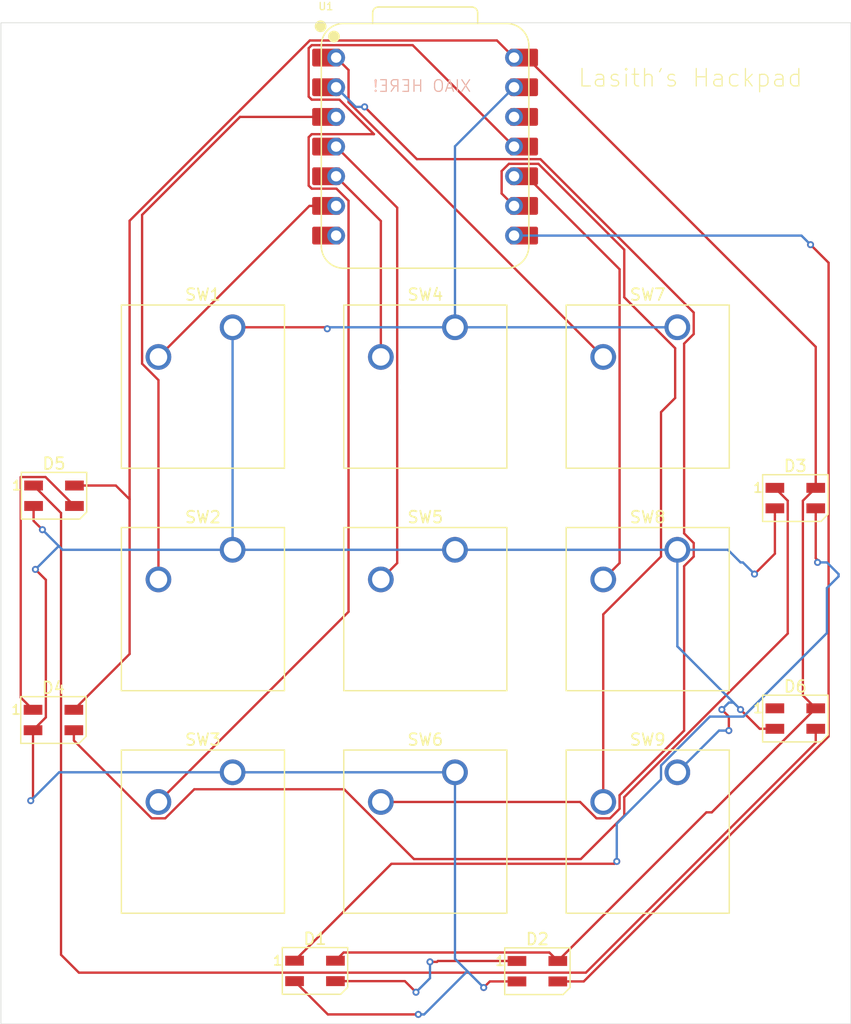
<source format=kicad_pcb>
(kicad_pcb (version 20241229) (generator "pcbnew") (generator_version "9.0")
  (layers (0 "F.Cu" signal) (2 "B.Cu" signal) (13 "F.Paste" user) (15 "B.Paste" user) (5 "F.SilkS" user "F.Silkscreen") (7 "B.SilkS" user "B.Silkscreen") (1 "F.Mask" user) (3 "B.Mask" user) (25 "Edge.Cuts" user))
  (net 0 "")
  (net 1 "+5V")
  (net 2 "Net-(D1-DIN)")
  (net 3 "Net-(D1-DOUT)")
  (net 4 "GND")
  (net 5 "Net-(D2-DIN)")
  (net 6 "Net-(D3-DOUT)")
  (net 7 "Net-(D4-DOUT)")
  (net 8 "Net-(D5-DOUT)")
  (net 10 "Net-(U1-GPIO7{slash}SCL)")
  (net 11 "Net-(U1-GPIO28{slash}ADC2{slash}A2)")
  (net 12 "Net-(U1-GPIO3{slash}MOSI)")
  (net 13 "Net-(U1-GPIO6{slash}SDA)")
  (net 14 "Net-(U1-GPIO29{slash}ADC3{slash}A3)")
  (net 15 "Net-(U1-GPIO27{slash}ADC1{slash}A1)")
  (net 16 "Net-(U1-GPIO26{slash}ADC0{slash}A0)")
  (net 17 "Net-(U1-GPIO4{slash}MISO)")
  (net 18 "Net-(U1-GPIO2{slash}SCK)")
  (footprint "Button_Switch_Keyboard:SW_Cherry_MX_1.00u_PCB" (layer "F.Cu") (at 98.49 74.52)
    (property "Reference" "SW2" (at -2.54 -2.794 0) (layer "F.SilkS"))
    (property "Value" "SW_Push")
    (fp_line (start -9.525 -1.905) (end 4.445 -1.905) (stroke (width 0.12)) (layer "F.SilkS"))
    (fp_line (start -9.525 12.065) (end -9.525 -1.905) (stroke (width 0.12)) (layer "F.SilkS"))
    (fp_line (start 4.445 -1.905) (end 4.445 12.065) (stroke (width 0.12)) (layer "F.SilkS"))
    (fp_line (start 4.445 12.065) (end -9.525 12.065) (stroke (width 0.12)) (layer "F.SilkS"))
    (pad "" np_thru_hole circle (at -7.62 5.08) (size 1.7 1.7) (drill 1.7) (layers "*.Cu" "*.Mask"))
    (pad "" np_thru_hole circle (at -2.54 5.08) (size 4 4) (drill 4) (layers "*.Cu" "*.Mask"))
    (pad "" np_thru_hole circle (at 2.54 5.08) (size 1.7 1.7) (drill 1.7) (layers "*.Cu" "*.Mask"))
    (pad "1" thru_hole circle (at 0 0) (size 2.2 2.2) (drill 1.5) (layers "*.Cu" "*.Mask") (net 4 "GND"))
    (pad "2" thru_hole circle (at -6.35 2.54) (size 2.2 2.2) (drill 1.5) (layers "*.Cu" "*.Mask") (net 11 "Net-(U1-GPIO28{slash}ADC2{slash}A2)"))
  )
  (footprint "Button_Switch_Keyboard:SW_Cherry_MX_1.00u_PCB" (layer "F.Cu") (at 117.54 55.47)
    (property "Reference" "SW4" (at -2.54 -2.794 0) (layer "F.SilkS"))
    (property "Value" "SW_Push")
    (fp_line (start -9.525 -1.905) (end 4.445 -1.905) (stroke (width 0.12)) (layer "F.SilkS"))
    (fp_line (start -9.525 12.065) (end -9.525 -1.905) (stroke (width 0.12)) (layer "F.SilkS"))
    (fp_line (start 4.445 -1.905) (end 4.445 12.065) (stroke (width 0.12)) (layer "F.SilkS"))
    (fp_line (start 4.445 12.065) (end -9.525 12.065) (stroke (width 0.12)) (layer "F.SilkS"))
    (pad "" np_thru_hole circle (at -7.62 5.08) (size 1.7 1.7) (drill 1.7) (layers "*.Cu" "*.Mask"))
    (pad "" np_thru_hole circle (at -2.54 5.08) (size 4 4) (drill 4) (layers "*.Cu" "*.Mask"))
    (pad "" np_thru_hole circle (at 2.54 5.08) (size 1.7 1.7) (drill 1.7) (layers "*.Cu" "*.Mask"))
    (pad "1" thru_hole circle (at 0 0) (size 2.2 2.2) (drill 1.5) (layers "*.Cu" "*.Mask") (net 4 "GND"))
    (pad "2" thru_hole circle (at -6.35 2.54) (size 2.2 2.2) (drill 1.5) (layers "*.Cu" "*.Mask") (net 13 "Net-(U1-GPIO6{slash}SDA)"))
  )
  (footprint "Button_Switch_Keyboard:SW_Cherry_MX_1.00u_PCB" (layer "F.Cu") (at 98.49 93.57)
    (property "Reference" "SW3" (at -2.54 -2.794 0) (layer "F.SilkS"))
    (property "Value" "SW_Push")
    (fp_line (start -9.525 -1.905) (end 4.445 -1.905) (stroke (width 0.12)) (layer "F.SilkS"))
    (fp_line (start -9.525 12.065) (end -9.525 -1.905) (stroke (width 0.12)) (layer "F.SilkS"))
    (fp_line (start 4.445 -1.905) (end 4.445 12.065) (stroke (width 0.12)) (layer "F.SilkS"))
    (fp_line (start 4.445 12.065) (end -9.525 12.065) (stroke (width 0.12)) (layer "F.SilkS"))
    (pad "" np_thru_hole circle (at -7.62 5.08) (size 1.7 1.7) (drill 1.7) (layers "*.Cu" "*.Mask"))
    (pad "" np_thru_hole circle (at -2.54 5.08) (size 4 4) (drill 4) (layers "*.Cu" "*.Mask"))
    (pad "" np_thru_hole circle (at 2.54 5.08) (size 1.7 1.7) (drill 1.7) (layers "*.Cu" "*.Mask"))
    (pad "1" thru_hole circle (at 0 0) (size 2.2 2.2) (drill 1.5) (layers "*.Cu" "*.Mask") (net 4 "GND"))
    (pad "2" thru_hole circle (at -6.35 2.54) (size 2.2 2.2) (drill 1.5) (layers "*.Cu" "*.Mask") (net 12 "Net-(U1-GPIO3{slash}MOSI)"))
  )
  (footprint "Button_Switch_Keyboard:SW_Cherry_MX_1.00u_PCB" (layer "F.Cu") (at 136.59 93.57)
    (property "Reference" "SW9" (at -2.54 -2.794 0) (layer "F.SilkS"))
    (property "Value" "SW_Push")
    (fp_line (start -9.525 -1.905) (end 4.445 -1.905) (stroke (width 0.12)) (layer "F.SilkS"))
    (fp_line (start -9.525 12.065) (end -9.525 -1.905) (stroke (width 0.12)) (layer "F.SilkS"))
    (fp_line (start 4.445 -1.905) (end 4.445 12.065) (stroke (width 0.12)) (layer "F.SilkS"))
    (fp_line (start 4.445 12.065) (end -9.525 12.065) (stroke (width 0.12)) (layer "F.SilkS"))
    (pad "" np_thru_hole circle (at -7.62 5.08) (size 1.7 1.7) (drill 1.7) (layers "*.Cu" "*.Mask"))
    (pad "" np_thru_hole circle (at -2.54 5.08) (size 4 4) (drill 4) (layers "*.Cu" "*.Mask"))
    (pad "" np_thru_hole circle (at 2.54 5.08) (size 1.7 1.7) (drill 1.7) (layers "*.Cu" "*.Mask"))
    (pad "1" thru_hole circle (at 0 0) (size 2.2 2.2) (drill 1.5) (layers "*.Cu" "*.Mask") (net 4 "GND"))
    (pad "2" thru_hole circle (at -6.35 2.54) (size 2.2 2.2) (drill 1.5) (layers "*.Cu" "*.Mask") (net 18 "Net-(U1-GPIO2{slash}SCK)"))
  )
  (footprint "LED_SMD:LED_SK6812MINI_PLCC4_3.5x3.5mm_P1.75mm" (layer "F.Cu") (at 124.6 110.6)
    (property "Reference" "D2" (at 0 -2.75 0) (layer "F.SilkS"))
    (property "Value" "SK6812MINI")
    (fp_line (start -2.8 -2) (end -2.8 2) (stroke (width 0.12)) (layer "F.SilkS"))
    (fp_line (start -2.8 -2) (end 2.8 -2) (stroke (width 0.12)) (layer "F.SilkS"))
    (fp_line (start -2.8 2) (end 2.2 2) (stroke (width 0.12)) (layer "F.SilkS"))
    (fp_line (start 2.8 1.4) (end 2.2 2) (stroke (width 0.12)) (layer "F.SilkS"))
    (fp_line (start 2.8 1.4) (end 2.8 -2) (stroke (width 0.12)) (layer "F.SilkS"))
    (fp_text user "1" (at -3.2 -0.875 0) (layer "F.SilkS") (effects (font (size 0.8 0.8))))
    (pad "1" smd rect (at -1.75 -0.875) (size 1.6 0.85) (layers "F.Cu" "F.Mask" "F.Paste") (net 2 "Net-(D1-DIN)"))
    (pad "2" smd rect (at -1.75 0.875) (size 1.6 0.85) (layers "F.Cu" "F.Mask" "F.Paste") (net 4 "GND"))
    (pad "3" smd rect (at 1.75 0.875) (size 1.6 0.85) (layers "F.Cu" "F.Mask" "F.Paste") (net 5 "Net-(D2-DIN)"))
    (pad "4" smd rect (at 1.75 -0.875) (size 1.6 0.85) (layers "F.Cu" "F.Mask" "F.Paste") (net 1 "+5V"))
  )
  (footprint "LED_SMD:LED_SK6812MINI_PLCC4_3.5x3.5mm_P1.75mm" (layer "F.Cu") (at 83.19375 69.89375)
    (property "Reference" "D5" (at 0 -2.75 0) (layer "F.SilkS"))
    (property "Value" "SK6812MINI")
    (fp_line (start -2.8 -2) (end -2.8 2) (stroke (width 0.12)) (layer "F.SilkS"))
    (fp_line (start -2.8 -2) (end 2.8 -2) (stroke (width 0.12)) (layer "F.SilkS"))
    (fp_line (start -2.8 2) (end 2.2 2) (stroke (width 0.12)) (layer "F.SilkS"))
    (fp_line (start 2.8 1.4) (end 2.2 2) (stroke (width 0.12)) (layer "F.SilkS"))
    (fp_line (start 2.8 1.4) (end 2.8 -2) (stroke (width 0.12)) (layer "F.SilkS"))
    (fp_text user "1" (at -3.2 -0.875 0) (layer "F.SilkS") (effects (font (size 0.8 0.8))))
    (pad "1" smd rect (at -1.75 -0.875) (size 1.6 0.85) (layers "F.Cu" "F.Mask" "F.Paste") (net 8 "Net-(D5-DOUT)"))
    (pad "2" smd rect (at -1.75 0.875) (size 1.6 0.85) (layers "F.Cu" "F.Mask" "F.Paste") (net 4 "GND"))
    (pad "3" smd rect (at 1.75 0.875) (size 1.6 0.85) (layers "F.Cu" "F.Mask" "F.Paste") (net 7 "Net-(D4-DOUT)"))
    (pad "4" smd rect (at 1.75 -0.875) (size 1.6 0.85) (layers "F.Cu" "F.Mask" "F.Paste") (net 1 "+5V"))
  )
  (footprint "opl:XIAO-RP2040-DIP" (layer "F.Cu") (at 114.98 40)
    (property "Reference" "U1" (at -8.5 -12 0) (layer "F.SilkS") (effects (font (size 0.635 0.635) (thickness 0.1016))))
    (property "Value" "XIAO-RP2040-DIP")
    (fp_line (start -8.89 8.509) (end -8.89 -8.636) (stroke (width 0.127)) (layer "F.SilkS"))
    (fp_line (start -6.985 10.414) (end 6.985 10.414) (stroke (width 0.127)) (layer "F.SilkS"))
    (fp_line (start -4.495 -10.541) (end -4.491272 -11.451272) (stroke (width 0.127)) (layer "F.SilkS"))
    (fp_line (start -3.991272 -11.951) (end 4.004 -11.951) (stroke (width 0.127)) (layer "F.SilkS"))
    (fp_line (start 4.504 -11.451) (end 4.504 -10.541) (stroke (width 0.127)) (layer "F.SilkS"))
    (fp_line (start 6.985 -10.541) (end -6.985 -10.541) (stroke (width 0.1)) (layer "F.SilkS"))
    (fp_line (start 6.985 -10.541) (end -6.985 -10.541) (stroke (width 0.127)) (layer "F.SilkS"))
    (fp_line (start 8.89 8.509) (end 8.89 -8.636) (stroke (width 0.127)) (layer "F.SilkS"))
    (fp_arc (start -8.89 -8.636) (mid -8.332038 -9.983038) (end -6.985 -10.541) (stroke (width 0.127)) (layer "F.SilkS"))
    (fp_arc (start -6.985 10.414) (mid -8.332038 9.856038) (end -8.89 8.509) (stroke (width 0.127)) (layer "F.SilkS"))
    (fp_arc (start -4.491272 -11.451272) (mid -4.344728 -11.80464) (end -3.991272 -11.951) (stroke (width 0.127)) (layer "F.SilkS"))
    (fp_arc (start 4.004 -11.951) (mid 4.357553 -11.804553) (end 4.504 -11.451) (stroke (width 0.127)) (layer "F.SilkS"))
    (fp_arc (start 6.985 -10.541) (mid 8.332038 -9.983038) (end 8.89 -8.636) (stroke (width 0.127)) (layer "F.SilkS"))
    (fp_arc (start 8.89 8.509) (mid 8.332038 9.856038) (end 6.985 10.414) (stroke (width 0.127)) (layer "F.SilkS"))
    (fp_circle (center -8.95 -10.3) (end -8.95 -10.554) (stroke (width 0.5)) (fill yes) (layer "F.SilkS"))
    (fp_circle (center -7.807 -9.42) (end -7.807 -9.674) (stroke (width 0.5)) (fill yes) (layer "F.SilkS"))
    (pad "1" smd roundrect (at -8.455 -7.62 180) (size 2.432 1.524) (layers "F.Cu" "F.Mask") (roundrect_rratio 0.1) (net 16 "Net-(U1-GPIO26{slash}ADC0{slash}A0)"))
    (pad "1" thru_hole circle (at -7.62 -7.62 180) (size 1.524 1.524) (drill 0.889) (layers "*.Cu" "*.Mask") (net 16 "Net-(U1-GPIO26{slash}ADC0{slash}A0)"))
    (pad "2" smd roundrect (at -8.455 -5.08 180) (size 2.432 1.524) (layers "F.Cu" "F.Mask") (roundrect_rratio 0.1) (net 15 "Net-(U1-GPIO27{slash}ADC1{slash}A1)"))
    (pad "2" thru_hole circle (at -7.62 -5.08 180) (size 1.524 1.524) (drill 0.889) (layers "*.Cu" "*.Mask") (net 15 "Net-(U1-GPIO27{slash}ADC1{slash}A1)"))
    (pad "3" smd roundrect (at -8.455 -2.54 180) (size 2.432 1.524) (layers "F.Cu" "F.Mask") (roundrect_rratio 0.1) (net 11 "Net-(U1-GPIO28{slash}ADC2{slash}A2)"))
    (pad "3" thru_hole circle (at -7.62 -2.54 180) (size 1.524 1.524) (drill 0.889) (layers "*.Cu" "*.Mask") (net 11 "Net-(U1-GPIO28{slash}ADC2{slash}A2)"))
    (pad "4" smd roundrect (at -8.455 0 180) (size 2.432 1.524) (layers "F.Cu" "F.Mask") (roundrect_rratio 0.1) (net 14 "Net-(U1-GPIO29{slash}ADC3{slash}A3)"))
    (pad "4" thru_hole circle (at -7.62 0 180) (size 1.524 1.524) (drill 0.889) (layers "*.Cu" "*.Mask") (net 14 "Net-(U1-GPIO29{slash}ADC3{slash}A3)"))
    (pad "5" smd roundrect (at -8.455 2.54 180) (size 2.432 1.524) (layers "F.Cu" "F.Mask") (roundrect_rratio 0.1) (net 13 "Net-(U1-GPIO6{slash}SDA)"))
    (pad "5" thru_hole circle (at -7.62 2.54 180) (size 1.524 1.524) (drill 0.889) (layers "*.Cu" "*.Mask") (net 13 "Net-(U1-GPIO6{slash}SDA)"))
    (pad "6" smd roundrect (at -8.455 5.08 180) (size 2.432 1.524) (layers "F.Cu" "F.Mask") (roundrect_rratio 0.1) (net 10 "Net-(U1-GPIO7{slash}SCL)"))
    (pad "6" thru_hole circle (at -7.62 5.08 180) (size 1.524 1.524) (drill 0.889) (layers "*.Cu" "*.Mask") (net 10 "Net-(U1-GPIO7{slash}SCL)"))
    (pad "7" smd roundrect (at -8.455 7.62 180) (size 2.432 1.524) (layers "F.Cu" "F.Mask") (roundrect_rratio 0.1))
    (pad "7" thru_hole circle (at -7.62 7.62 180) (size 1.524 1.524) (drill 0.889) (layers "*.Cu" "*.Mask"))
    (pad "8" thru_hole circle (at 7.62 7.62) (size 1.524 1.524) (drill 0.889) (layers "*.Cu" "*.Mask") (net 5 "Net-(D2-DIN)"))
    (pad "8" smd roundrect (at 8.455 7.62) (size 2.432 1.524) (layers "F.Cu" "F.Mask") (roundrect_rratio 0.1) (net 5 "Net-(D2-DIN)"))
    (pad "9" thru_hole circle (at 7.62 5.08) (size 1.524 1.524) (drill 0.889) (layers "*.Cu" "*.Mask") (net 18 "Net-(U1-GPIO2{slash}SCK)"))
    (pad "9" smd roundrect (at 8.455 5.08) (size 2.432 1.524) (layers "F.Cu" "F.Mask") (roundrect_rratio 0.1) (net 18 "Net-(U1-GPIO2{slash}SCK)"))
    (pad "10" thru_hole circle (at 7.62 2.54) (size 1.524 1.524) (drill 0.889) (layers "*.Cu" "*.Mask") (net 17 "Net-(U1-GPIO4{slash}MISO)"))
    (pad "10" smd roundrect (at 8.455 2.54) (size 2.432 1.524) (layers "F.Cu" "F.Mask") (roundrect_rratio 0.1) (net 17 "Net-(U1-GPIO4{slash}MISO)"))
    (pad "11" thru_hole circle (at 7.62 0) (size 1.524 1.524) (drill 0.889) (layers "*.Cu" "*.Mask") (net 12 "Net-(U1-GPIO3{slash}MOSI)"))
    (pad "11" smd roundrect (at 8.455 0) (size 2.432 1.524) (layers "F.Cu" "F.Mask") (roundrect_rratio 0.1) (net 12 "Net-(U1-GPIO3{slash}MOSI)"))
    (pad "12" thru_hole circle (at 7.62 -2.54) (size 1.524 1.524) (drill 0.889) (layers "*.Cu" "*.Mask"))
    (pad "12" smd roundrect (at 8.455 -2.54) (size 2.432 1.524) (layers "F.Cu" "F.Mask") (roundrect_rratio 0.1))
    (pad "13" thru_hole circle (at 7.62 -5.08) (size 1.524 1.524) (drill 0.889) (layers "*.Cu" "*.Mask") (net 4 "GND"))
    (pad "13" smd roundrect (at 8.455 -5.08) (size 2.432 1.524) (layers "F.Cu" "F.Mask") (roundrect_rratio 0.1) (net 4 "GND"))
    (pad "14" thru_hole circle (at 7.62 -7.62) (size 1.524 1.524) (drill 0.889) (layers "*.Cu" "*.Mask") (net 1 "+5V"))
    (pad "14" smd roundrect (at 8.455 -7.62) (size 2.432 1.524) (layers "F.Cu" "F.Mask") (roundrect_rratio 0.1) (net 1 "+5V"))
  )
  (footprint "Button_Switch_Keyboard:SW_Cherry_MX_1.00u_PCB" (layer "F.Cu") (at 117.54 93.57)
    (property "Reference" "SW6" (at -2.54 -2.794 0) (layer "F.SilkS"))
    (property "Value" "SW_Push")
    (fp_line (start -9.525 -1.905) (end 4.445 -1.905) (stroke (width 0.12)) (layer "F.SilkS"))
    (fp_line (start -9.525 12.065) (end -9.525 -1.905) (stroke (width 0.12)) (layer "F.SilkS"))
    (fp_line (start 4.445 -1.905) (end 4.445 12.065) (stroke (width 0.12)) (layer "F.SilkS"))
    (fp_line (start 4.445 12.065) (end -9.525 12.065) (stroke (width 0.12)) (layer "F.SilkS"))
    (pad "" np_thru_hole circle (at -7.62 5.08) (size 1.7 1.7) (drill 1.7) (layers "*.Cu" "*.Mask"))
    (pad "" np_thru_hole circle (at -2.54 5.08) (size 4 4) (drill 4) (layers "*.Cu" "*.Mask"))
    (pad "" np_thru_hole circle (at 2.54 5.08) (size 1.7 1.7) (drill 1.7) (layers "*.Cu" "*.Mask"))
    (pad "1" thru_hole circle (at 0 0) (size 2.2 2.2) (drill 1.5) (layers "*.Cu" "*.Mask") (net 4 "GND"))
    (pad "2" thru_hole circle (at -6.35 2.54) (size 2.2 2.2) (drill 1.5) (layers "*.Cu" "*.Mask") (net 15 "Net-(U1-GPIO27{slash}ADC1{slash}A1)"))
  )
  (footprint "LED_SMD:LED_SK6812MINI_PLCC4_3.5x3.5mm_P1.75mm" (layer "F.Cu") (at 83.14375 89.09375)
    (property "Reference" "D4" (at 0 -2.75 0) (layer "F.SilkS"))
    (property "Value" "SK6812MINI")
    (fp_line (start -2.8 -2) (end -2.8 2) (stroke (width 0.12)) (layer "F.SilkS"))
    (fp_line (start -2.8 -2) (end 2.8 -2) (stroke (width 0.12)) (layer "F.SilkS"))
    (fp_line (start -2.8 2) (end 2.2 2) (stroke (width 0.12)) (layer "F.SilkS"))
    (fp_line (start 2.8 1.4) (end 2.2 2) (stroke (width 0.12)) (layer "F.SilkS"))
    (fp_line (start 2.8 1.4) (end 2.8 -2) (stroke (width 0.12)) (layer "F.SilkS"))
    (fp_text user "1" (at -3.2 -0.875 0) (layer "F.SilkS") (effects (font (size 0.8 0.8))))
    (pad "1" smd rect (at -1.75 -0.875) (size 1.6 0.85) (layers "F.Cu" "F.Mask" "F.Paste") (net 7 "Net-(D4-DOUT)"))
    (pad "2" smd rect (at -1.75 0.875) (size 1.6 0.85) (layers "F.Cu" "F.Mask" "F.Paste") (net 4 "GND"))
    (pad "3" smd rect (at 1.75 0.875) (size 1.6 0.85) (layers "F.Cu" "F.Mask" "F.Paste") (net 6 "Net-(D3-DOUT)"))
    (pad "4" smd rect (at 1.75 -0.875) (size 1.6 0.85) (layers "F.Cu" "F.Mask" "F.Paste") (net 1 "+5V"))
  )
  (footprint "Button_Switch_Keyboard:SW_Cherry_MX_1.00u_PCB" (layer "F.Cu") (at 117.54 74.52)
    (property "Reference" "SW5" (at -2.54 -2.794 0) (layer "F.SilkS"))
    (property "Value" "SW_Push")
    (fp_line (start -9.525 -1.905) (end 4.445 -1.905) (stroke (width 0.12)) (layer "F.SilkS"))
    (fp_line (start -9.525 12.065) (end -9.525 -1.905) (stroke (width 0.12)) (layer "F.SilkS"))
    (fp_line (start 4.445 -1.905) (end 4.445 12.065) (stroke (width 0.12)) (layer "F.SilkS"))
    (fp_line (start 4.445 12.065) (end -9.525 12.065) (stroke (width 0.12)) (layer "F.SilkS"))
    (pad "" np_thru_hole circle (at -7.62 5.08) (size 1.7 1.7) (drill 1.7) (layers "*.Cu" "*.Mask"))
    (pad "" np_thru_hole circle (at -2.54 5.08) (size 4 4) (drill 4) (layers "*.Cu" "*.Mask"))
    (pad "" np_thru_hole circle (at 2.54 5.08) (size 1.7 1.7) (drill 1.7) (layers "*.Cu" "*.Mask"))
    (pad "1" thru_hole circle (at 0 0) (size 2.2 2.2) (drill 1.5) (layers "*.Cu" "*.Mask") (net 4 "GND"))
    (pad "2" thru_hole circle (at -6.35 2.54) (size 2.2 2.2) (drill 1.5) (layers "*.Cu" "*.Mask") (net 14 "Net-(U1-GPIO29{slash}ADC3{slash}A3)"))
  )
  (footprint "Button_Switch_Keyboard:SW_Cherry_MX_1.00u_PCB" (layer "F.Cu") (at 98.49 55.47)
    (property "Reference" "SW1" (at -2.54 -2.794 0) (layer "F.SilkS"))
    (property "Value" "SW_Push")
    (fp_line (start -9.525 -1.905) (end 4.445 -1.905) (stroke (width 0.12)) (layer "F.SilkS"))
    (fp_line (start -9.525 12.065) (end -9.525 -1.905) (stroke (width 0.12)) (layer "F.SilkS"))
    (fp_line (start 4.445 -1.905) (end 4.445 12.065) (stroke (width 0.12)) (layer "F.SilkS"))
    (fp_line (start 4.445 12.065) (end -9.525 12.065) (stroke (width 0.12)) (layer "F.SilkS"))
    (pad "" np_thru_hole circle (at -7.62 5.08) (size 1.7 1.7) (drill 1.7) (layers "*.Cu" "*.Mask"))
    (pad "" np_thru_hole circle (at -2.54 5.08) (size 4 4) (drill 4) (layers "*.Cu" "*.Mask"))
    (pad "" np_thru_hole circle (at 2.54 5.08) (size 1.7 1.7) (drill 1.7) (layers "*.Cu" "*.Mask"))
    (pad "1" thru_hole circle (at 0 0) (size 2.2 2.2) (drill 1.5) (layers "*.Cu" "*.Mask") (net 4 "GND"))
    (pad "2" thru_hole circle (at -6.35 2.54) (size 2.2 2.2) (drill 1.5) (layers "*.Cu" "*.Mask") (net 10 "Net-(U1-GPIO7{slash}SCL)"))
  )
  (footprint "LED_SMD:LED_SK6812MINI_PLCC4_3.5x3.5mm_P1.75mm" (layer "F.Cu") (at 146.69375 70.09375)
    (property "Reference" "D3" (at 0 -2.75 0) (layer "F.SilkS"))
    (property "Value" "SK6812MINI")
    (fp_line (start -2.8 -2) (end -2.8 2) (stroke (width 0.12)) (layer "F.SilkS"))
    (fp_line (start -2.8 -2) (end 2.8 -2) (stroke (width 0.12)) (layer "F.SilkS"))
    (fp_line (start -2.8 2) (end 2.2 2) (stroke (width 0.12)) (layer "F.SilkS"))
    (fp_line (start 2.8 1.4) (end 2.2 2) (stroke (width 0.12)) (layer "F.SilkS"))
    (fp_line (start 2.8 1.4) (end 2.8 -2) (stroke (width 0.12)) (layer "F.SilkS"))
    (fp_text user "1" (at -3.2 -0.875 0) (layer "F.SilkS") (effects (font (size 0.8 0.8))))
    (pad "1" smd rect (at -1.75 -0.875) (size 1.6 0.85) (layers "F.Cu" "F.Mask" "F.Paste") (net 6 "Net-(D3-DOUT)"))
    (pad "2" smd rect (at -1.75 0.875) (size 1.6 0.85) (layers "F.Cu" "F.Mask" "F.Paste") (net 4 "GND"))
    (pad "3" smd rect (at 1.75 0.875) (size 1.6 0.85) (layers "F.Cu" "F.Mask" "F.Paste") (net 3 "Net-(D1-DOUT)"))
    (pad "4" smd rect (at 1.75 -0.875) (size 1.6 0.85) (layers "F.Cu" "F.Mask" "F.Paste") (net 1 "+5V"))
  )
  (footprint "Button_Switch_Keyboard:SW_Cherry_MX_1.00u_PCB" (layer "F.Cu") (at 136.59 74.52)
    (property "Reference" "SW8" (at -2.54 -2.794 0) (layer "F.SilkS"))
    (property "Value" "SW_Push")
    (fp_line (start -9.525 -1.905) (end 4.445 -1.905) (stroke (width 0.12)) (layer "F.SilkS"))
    (fp_line (start -9.525 12.065) (end -9.525 -1.905) (stroke (width 0.12)) (layer "F.SilkS"))
    (fp_line (start 4.445 -1.905) (end 4.445 12.065) (stroke (width 0.12)) (layer "F.SilkS"))
    (fp_line (start 4.445 12.065) (end -9.525 12.065) (stroke (width 0.12)) (layer "F.SilkS"))
    (pad "" np_thru_hole circle (at -7.62 5.08) (size 1.7 1.7) (drill 1.7) (layers "*.Cu" "*.Mask"))
    (pad "" np_thru_hole circle (at -2.54 5.08) (size 4 4) (drill 4) (layers "*.Cu" "*.Mask"))
    (pad "" np_thru_hole circle (at 2.54 5.08) (size 1.7 1.7) (drill 1.7) (layers "*.Cu" "*.Mask"))
    (pad "1" thru_hole circle (at 0 0) (size 2.2 2.2) (drill 1.5) (layers "*.Cu" "*.Mask") (net 4 "GND"))
    (pad "2" thru_hole circle (at -6.35 2.54) (size 2.2 2.2) (drill 1.5) (layers "*.Cu" "*.Mask") (net 17 "Net-(U1-GPIO4{slash}MISO)"))
  )
  (footprint "Button_Switch_Keyboard:SW_Cherry_MX_1.00u_PCB" (layer "F.Cu") (at 136.59 55.47)
    (property "Reference" "SW7" (at -2.54 -2.794 0) (layer "F.SilkS"))
    (property "Value" "SW_Push")
    (fp_line (start -9.525 -1.905) (end 4.445 -1.905) (stroke (width 0.12)) (layer "F.SilkS"))
    (fp_line (start -9.525 12.065) (end -9.525 -1.905) (stroke (width 0.12)) (layer "F.SilkS"))
    (fp_line (start 4.445 -1.905) (end 4.445 12.065) (stroke (width 0.12)) (layer "F.SilkS"))
    (fp_line (start 4.445 12.065) (end -9.525 12.065) (stroke (width 0.12)) (layer "F.SilkS"))
    (pad "" np_thru_hole circle (at -7.62 5.08) (size 1.7 1.7) (drill 1.7) (layers "*.Cu" "*.Mask"))
    (pad "" np_thru_hole circle (at -2.54 5.08) (size 4 4) (drill 4) (layers "*.Cu" "*.Mask"))
    (pad "" np_thru_hole circle (at 2.54 5.08) (size 1.7 1.7) (drill 1.7) (layers "*.Cu" "*.Mask"))
    (pad "1" thru_hole circle (at 0 0) (size 2.2 2.2) (drill 1.5) (layers "*.Cu" "*.Mask") (net 4 "GND"))
    (pad "2" thru_hole circle (at -6.35 2.54) (size 2.2 2.2) (drill 1.5) (layers "*.Cu" "*.Mask") (net 16 "Net-(U1-GPIO26{slash}ADC0{slash}A0)"))
  )
  (footprint "LED_SMD:LED_SK6812MINI_PLCC4_3.5x3.5mm_P1.75mm" (layer "F.Cu") (at 146.69375 88.96875)
    (property "Reference" "D6" (at 0 -2.75 0) (layer "F.SilkS"))
    (property "Value" "SK6812MINI")
    (fp_line (start -2.8 -2) (end -2.8 2) (stroke (width 0.12)) (layer "F.SilkS"))
    (fp_line (start -2.8 -2) (end 2.8 -2) (stroke (width 0.12)) (layer "F.SilkS"))
    (fp_line (start -2.8 2) (end 2.2 2) (stroke (width 0.12)) (layer "F.SilkS"))
    (fp_line (start 2.8 1.4) (end 2.2 2) (stroke (width 0.12)) (layer "F.SilkS"))
    (fp_line (start 2.8 1.4) (end 2.8 -2) (stroke (width 0.12)) (layer "F.SilkS"))
    (fp_text user "1" (at -3.2 -0.875 0) (layer "F.SilkS") (effects (font (size 0.8 0.8))))
    (pad "1" smd rect (at -1.75 -0.875) (size 1.6 0.85) (layers "F.Cu" "F.Mask" "F.Paste"))
    (pad "2" smd rect (at -1.75 0.875) (size 1.6 0.85) (layers "F.Cu" "F.Mask" "F.Paste") (net 4 "GND"))
    (pad "3" smd rect (at 1.75 0.875) (size 1.6 0.85) (layers "F.Cu" "F.Mask" "F.Paste") (net 8 "Net-(D5-DOUT)"))
    (pad "4" smd rect (at 1.75 -0.875) (size 1.6 0.85) (layers "F.Cu" "F.Mask" "F.Paste") (net 1 "+5V"))
  )
  (footprint "LED_SMD:LED_SK6812MINI_PLCC4_3.5x3.5mm_P1.75mm" (layer "F.Cu") (at 105.55 110.575)
    (property "Reference" "D1" (at 0 -2.75 0) (layer "F.SilkS"))
    (property "Value" "SK6812MINI")
    (fp_line (start -2.8 -2) (end -2.8 2) (stroke (width 0.12)) (layer "F.SilkS"))
    (fp_line (start -2.8 -2) (end 2.8 -2) (stroke (width 0.12)) (layer "F.SilkS"))
    (fp_line (start -2.8 2) (end 2.2 2) (stroke (width 0.12)) (layer "F.SilkS"))
    (fp_line (start 2.8 1.4) (end 2.2 2) (stroke (width 0.12)) (layer "F.SilkS"))
    (fp_line (start 2.8 1.4) (end 2.8 -2) (stroke (width 0.12)) (layer "F.SilkS"))
    (fp_text user "1" (at -3.2 -0.875 0) (layer "F.SilkS") (effects (font (size 0.8 0.8))))
    (pad "1" smd rect (at -1.75 -0.875) (size 1.6 0.85) (layers "F.Cu" "F.Mask" "F.Paste") (net 3 "Net-(D1-DOUT)"))
    (pad "2" smd rect (at -1.75 0.875) (size 1.6 0.85) (layers "F.Cu" "F.Mask" "F.Paste") (net 4 "GND"))
    (pad "3" smd rect (at 1.75 0.875) (size 1.6 0.85) (layers "F.Cu" "F.Mask" "F.Paste") (net 2 "Net-(D1-DIN)"))
    (pad "4" smd rect (at 1.75 -0.875) (size 1.6 0.85) (layers "F.Cu" "F.Mask" "F.Paste") (net 1 "+5V"))
  )
  (gr_rect (start 78.65 29.4) (end 151.45 115.1) (stroke (width 0.05)) (fill no) (layer "Edge.Cuts"))
  (gr_text "Lasith's Hackpad" (at 128 35 0) (layer "F.SilkS") (effects (font (size 1.5 1.5) (thickness 0.1)) (justify left bottom)))
  (gr_text "XIAO HERE!" (at 119 35.4 0) (layer "B.SilkS") (effects (font (size 1 1) (thickness 0.1)) (justify left bottom mirror)))
  (segment (start 88.48775 69.01875) (end 89.669 70.2) (width 0.2) (layer "F.Cu") (net 1))
  (segment (start 148.44375 88.09375) (end 147.34275 86.99275) (width 0.2) (layer "F.Cu") (net 1))
  (segment (start 89.669 70.2) (end 89.669 46.350274) (width 0.2) (layer "F.Cu") (net 1))
  (segment (start 84.89375 88.21875) (end 89.669 83.4435) (width 0.2) (layer "F.Cu") (net 1))
  (segment (start 121.136 30.916) (end 122.6 32.38) (width 0.2) (layer "F.Cu") (net 1))
  (segment (start 148.44375 69.21875) (end 148.44375 57.14612) (width 0.2) (layer "F.Cu") (net 1))
  (segment (start 108.001 108.999) (end 125.624 108.999) (width 0.2) (layer "F.Cu") (net 1))
  (segment (start 148.44375 57.14612) (end 123.67763 32.38) (width 0.2) (layer "F.Cu") (net 1))
  (segment (start 126.35 109.725) (end 139.075 97) (width 0.2) (layer "F.Cu") (net 1))
  (segment (start 105.103274 30.916) (end 121.136 30.916) (width 0.2) (layer "F.Cu") (net 1))
  (segment (start 89.669 46.350274) (end 105.103274 30.916) (width 0.2) (layer "F.Cu") (net 1))
  (segment (start 84.94375 69.01875) (end 88.48775 69.01875) (width 0.2) (layer "F.Cu") (net 1))
  (segment (start 89.669 83.4435) (end 89.669 70.2) (width 0.2) (layer "F.Cu") (net 1))
  (segment (start 107.3 109.7) (end 108.001 108.999) (width 0.2) (layer "F.Cu") (net 1))
  (segment (start 147.34275 86.99275) (end 147.34275 70.31975) (width 0.2) (layer "F.Cu") (net 1))
  (segment (start 139.075 97) (end 139.5375 97) (width 0.2) (layer "F.Cu") (net 1))
  (segment (start 147.34275 70.31975) (end 148.44375 69.21875) (width 0.2) (layer "F.Cu") (net 1))
  (segment (start 123.67763 32.38) (end 122.6 32.38) (width 0.2) (layer "F.Cu") (net 1))
  (segment (start 139.5375 97) (end 148.44375 88.09375) (width 0.2) (layer "F.Cu") (net 1))
  (segment (start 125.624 108.999) (end 126.35 109.725) (width 0.2) (layer "F.Cu") (net 1))
  (segment (start 116 109.8) (end 116.075 109.725) (width 0.2) (layer "F.Cu") (net 2))
  (segment (start 113.25 111.45) (end 114.2 112.4) (width 0.2) (layer "F.Cu") (net 2))
  (segment (start 107.3 111.45) (end 113.25 111.45) (width 0.2) (layer "F.Cu") (net 2))
  (segment (start 116.075 109.725) (end 122.85 109.725) (width 0.2) (layer "F.Cu") (net 2))
  (segment (start 115.4 109.8) (end 116 109.8) (width 0.2) (layer "F.Cu") (net 2))
  (via (at 115.4 109.8) (size 0.6) (drill 0.3) (layers "F.Cu" "B.Cu") (net 2))
  (via (at 114.2 112.4) (size 0.6) (drill 0.3) (layers "F.Cu" "B.Cu") (net 2))
  (segment (start 114.2 112.4) (end 115.4 111.2) (width 0.2) (layer "B.Cu") (net 2))
  (segment (start 115.4 111.2) (end 115.4 109.8) (width 0.2) (layer "B.Cu") (net 2))
  (segment (start 148.44375 75.24375) (end 148.44375 70.96875) (width 0.2) (layer "F.Cu") (net 3))
  (segment (start 148.6 75.4) (end 148.44375 75.24375) (width 0.2) (layer "F.Cu") (net 3))
  (segment (start 148.6 75.6) (end 148.6 75.4) (width 0.2) (layer "F.Cu") (net 3))
  (segment (start 103.8 109.7) (end 112.098 101.402) (width 0.2) (layer "F.Cu") (net 3))
  (segment (start 112.098 101.402) (end 131.198 101.402) (width 0.2) (layer "F.Cu") (net 3))
  (segment (start 131.198 101.402) (end 131.4 101.2) (width 0.2) (layer "F.Cu") (net 3))
  (via (at 148.6 75.6) (size 0.6) (drill 0.3) (layers "F.Cu" "B.Cu") (net 3))
  (via (at 131.4 101.2) (size 0.6) (drill 0.3) (layers "F.Cu" "B.Cu") (net 3))
  (segment (start 135.189 94.186184) (end 135.189 92.989686) (width 0.2) (layer "B.Cu") (net 3))
  (segment (start 139.377686 88.801) (end 142.248943 88.801) (width 0.2) (layer "B.Cu") (net 3))
  (segment (start 149.4 81.649943) (end 149.4 77.8) (width 0.2) (layer "B.Cu") (net 3))
  (segment (start 142.248943 88.801) (end 149.4 81.649943) (width 0.2) (layer "B.Cu") (net 3))
  (segment (start 135.189 92.989686) (end 139.377686 88.801) (width 0.2) (layer "B.Cu") (net 3))
  (segment (start 131.4 97.975184) (end 135.189 94.186184) (width 0.2) (layer "B.Cu") (net 3))
  (segment (start 150.4 76.6) (end 149.4 75.6) (width 0.2) (layer "B.Cu") (net 3))
  (segment (start 149.4 75.6) (end 148.6 75.6) (width 0.2) (layer "B.Cu") (net 3))
  (segment (start 150.4 76.8) (end 150.4 76.6) (width 0.2) (layer "B.Cu") (net 3))
  (segment (start 149.4 77.8) (end 150.4 76.8) (width 0.2) (layer "B.Cu") (net 3))
  (segment (start 131.4 101.2) (end 131.4 97.975184) (width 0.2) (layer "B.Cu") (net 3))
  (segment (start 144.94375 89.84375) (end 143.64375 89.84375) (width 0.2) (layer "F.Cu") (net 4))
  (segment (start 141 90) (end 141 88.8) (width 0.2) (layer "F.Cu") (net 4))
  (segment (start 143.2 76.6) (end 144.94375 74.85625) (width 0.2) (layer "F.Cu") (net 4))
  (segment (start 98.49 55.47) (end 106.47 55.47) (width 0.2) (layer "F.Cu") (net 4))
  (segment (start 106.65 114.3) (end 114.4 114.3) (width 0.2) (layer "F.Cu") (net 4))
  (segment (start 81.39375 95.80625) (end 81.39375 89.96875) (width 0.2) (layer "F.Cu") (net 4))
  (segment (start 103.8 111.45) (end 106.65 114.3) (width 0.2) (layer "F.Cu") (net 4))
  (segment (start 106.47 55.47) (end 106.6 55.6) (width 0.2) (layer "F.Cu") (net 4))
  (segment (start 141 88.8) (end 140.4 88.2) (width 0.2) (layer "F.Cu") (net 4))
  (segment (start 82.49475 77.09475) (end 82 76.6) (width 0.2) (layer "F.Cu") (net 4))
  (segment (start 81.44375 72.04375) (end 82.2 72.8) (width 0.2) (layer "F.Cu") (net 4))
  (segment (start 144.94375 74.85625) (end 144.94375 70.96875) (width 0.2) (layer "F.Cu") (net 4))
  (segment (start 81.39375 89.96875) (end 82.49475 88.86775) (width 0.2) (layer "F.Cu") (net 4))
  (segment (start 81.2 96) (end 81.39375 95.80625) (width 0.2) (layer "F.Cu") (net 4))
  (segment (start 122.85 111.475) (end 120.525 111.475) (width 0.2) (layer "F.Cu") (net 4))
  (segment (start 82 76.6) (end 81.6 76.2) (width 0.2) (layer "F.Cu") (net 4))
  (segment (start 143.64375 89.84375) (end 142 88.2) (width 0.2) (layer "F.Cu") (net 4))
  (segment (start 120.525 111.475) (end 120 112) (width 0.2) (layer "F.Cu") (net 4))
  (segment (start 82.49475 88.86775) (end 82.49475 77.09475) (width 0.2) (layer "F.Cu") (net 4))
  (segment (start 81.44375 70.76875) (end 81.44375 72.04375) (width 0.2) (layer "F.Cu") (net 4))
  (via (at 143.2 76.6) (size 0.6) (drill 0.3) (layers "F.Cu" "B.Cu") (net 4))
  (via (at 120 112) (size 0.6) (drill 0.3) (layers "F.Cu" "B.Cu") (net 4))
  (via (at 106.6 55.6) (size 0.6) (drill 0.3) (layers "F.Cu" "B.Cu") (net 4))
  (via (at 82.2 72.8) (size 0.6) (drill 0.3) (layers "F.Cu" "B.Cu") (net 4))
  (via (at 114.4 114.3) (size 0.6) (drill 0.3) (layers "F.Cu" "B.Cu") (net 4))
  (via (at 81.2 96) (size 0.6) (drill 0.3) (layers "F.Cu" "B.Cu") (net 4))
  (via (at 81.6 76.2) (size 0.6) (drill 0.3) (layers "F.Cu" "B.Cu") (net 4))
  (via (at 140.4 88.2) (size 0.6) (drill 0.3) (layers "F.Cu" "B.Cu") (net 4))
  (via (at 141 90) (size 0.6) (drill 0.3) (layers "F.Cu" "B.Cu") (net 4))
  (via (at 142 88.2) (size 0.6) (drill 0.3) (layers "F.Cu" "B.Cu") (net 4))
  (segment (start 114.4 114.3) (end 114.9 114.3) (width 0.2) (layer "B.Cu") (net 4))
  (segment (start 81.6 76.2) (end 83.6 74.2) (width 0.2) (layer "B.Cu") (net 4))
  (segment (start 140.92 74.52) (end 142 75.6) (width 0.2) (layer "B.Cu") (net 4))
  (segment (start 98.49 93.57) (end 117.54 93.57) (width 0.2) (layer "B.Cu") (net 4))
  (segment (start 114.9 114.3) (end 118.6 110.6) (width 0.2) (layer "B.Cu") (net 4))
  (segment (start 117.54 39.98) (end 122.6 34.92) (width 0.2) (layer "B.Cu") (net 4))
  (segment (start 136.59 93.57) (end 140.16 90) (width 0.2) (layer "B.Cu") (net 4))
  (segment (start 118.6 110.6) (end 117.54 109.54) (width 0.2) (layer "B.Cu") (net 4))
  (segment (start 140.4 88.2) (end 141 87.6) (width 0.2) (layer "B.Cu") (net 4))
  (segment (start 117.54 109.54) (end 117.54 93.57) (width 0.2) (layer "B.Cu") (net 4))
  (segment (start 141 87.6) (end 141.4 87.6) (width 0.2) (layer "B.Cu") (net 4))
  (segment (start 136.59 74.52) (end 117.54 74.52) (width 0.2) (layer "B.Cu") (net 4))
  (segment (start 106.73 55.47) (end 117.54 55.47) (width 0.2) (layer "B.Cu") (net 4))
  (segment (start 142 88.2) (end 141.4 87.6) (width 0.2) (layer "B.Cu") (net 4))
  (segment (start 142 75.6) (end 142.2 75.6) (width 0.2) (layer "B.Cu") (net 4))
  (segment (start 83.92 74.52) (end 98.49 74.52) (width 0.2) (layer "B.Cu") (net 4))
  (segment (start 98.49 74.52) (end 117.54 74.52) (width 0.2) (layer "B.Cu") (net 4))
  (segment (start 136.59 74.52) (end 140.92 74.52) (width 0.2) (layer "B.Cu") (net 4))
  (segment (start 140.16 90) (end 141 90) (width 0.2) (layer "B.Cu") (net 4))
  (segment (start 98.49 74.52) (end 98.49 55.47) (width 0.2) (layer "B.Cu") (net 4))
  (segment (start 83.63 93.57) (end 81.2 96) (width 0.2) (layer "B.Cu") (net 4))
  (segment (start 106.6 55.6) (end 106.73 55.47) (width 0.2) (layer "B.Cu") (net 4))
  (segment (start 136.59 82.79) (end 136.59 74.52) (width 0.2) (layer "B.Cu") (net 4))
  (segment (start 141.4 87.6) (end 136.59 82.79) (width 0.2) (layer "B.Cu") (net 4))
  (segment (start 117.54 55.47) (end 117.54 39.98) (width 0.2) (layer "B.Cu") (net 4))
  (segment (start 83.6 74.2) (end 83.92 74.52) (width 0.2) (layer "B.Cu") (net 4))
  (segment (start 142.2 75.6) (end 143.2 76.6) (width 0.2) (layer "B.Cu") (net 4))
  (segment (start 136.59 55.47) (end 117.54 55.47) (width 0.2) (layer "B.Cu") (net 4))
  (segment (start 82.2 72.8) (end 83.6 74.2) (width 0.2) (layer "B.Cu") (net 4))
  (segment (start 120 112) (end 118.6 110.6) (width 0.2) (layer "B.Cu") (net 4))
  (segment (start 98.49 93.57) (end 83.63 93.57) (width 0.2) (layer "B.Cu") (net 4))
  (segment (start 128.57057 111.475) (end 149.54475 90.50082) (width 0.2) (layer "F.Cu") (net 5))
  (segment (start 126.35 111.475) (end 128.57057 111.475) (width 0.2) (layer "F.Cu") (net 5))
  (segment (start 149.54475 90.50082) (end 149.54475 49.94475) (width 0.2) (layer "F.Cu") (net 5))
  (segment (start 149.54475 49.94475) (end 148 48.4) (width 0.2) (layer "F.Cu") (net 5))
  (via (at 148 48.4) (size 0.6) (drill 0.3) (layers "F.Cu" "B.Cu") (net 5))
  (segment (start 147.22 47.62) (end 122.6 47.62) (width 0.2) (layer "B.Cu") (net 5))
  (segment (start 148 48.4) (end 147.22 47.62) (width 0.2) (layer "B.Cu") (net 5))
  (segment (start 108.049 95.023816) (end 114.026184 101.001) (width 0.2) (layer "F.Cu") (net 6))
  (segment (start 84.89375 89.96875) (end 84.89375 90.845064) (width 0.2) (layer "F.Cu") (net 6))
  (segment (start 132.042 97.27647) (end 132.042 95.695786) (width 0.2) (layer "F.Cu") (net 6))
  (segment (start 132.042 95.695786) (end 146.04475 81.693036) (width 0.2) (layer "F.Cu") (net 6))
  (segment (start 114.026184 101.001) (end 128.31747 101.001) (width 0.2) (layer "F.Cu") (net 6))
  (segment (start 146.04475 70.31975) (end 144.94375 69.21875) (width 0.2) (layer "F.Cu") (net 6))
  (segment (start 92.720314 97.511) (end 95.207498 95.023816) (width 0.2) (layer "F.Cu") (net 6))
  (segment (start 95.207498 95.023816) (end 108.049 95.023816) (width 0.2) (layer "F.Cu") (net 6))
  (segment (start 146.04475 81.693036) (end 146.04475 70.31975) (width 0.2) (layer "F.Cu") (net 6))
  (segment (start 128.31747 101.001) (end 132.042 97.27647) (width 0.2) (layer "F.Cu") (net 6))
  (segment (start 91.559686 97.511) (end 92.720314 97.511) (width 0.2) (layer "F.Cu") (net 6))
  (segment (start 84.89375 90.845064) (end 91.559686 97.511) (width 0.2) (layer "F.Cu") (net 6))
  (segment (start 80.34275 87.16775) (end 80.34275 68.29275) (width 0.2) (layer "F.Cu") (net 7))
  (segment (start 80.34275 68.29275) (end 82.46775 68.29275) (width 0.2) (layer "F.Cu") (net 7))
  (segment (start 81.39375 88.21875) (end 80.34275 87.16775) (width 0.2) (layer "F.Cu") (net 7))
  (segment (start 82.46775 68.29275) (end 84.94375 70.76875) (width 0.2) (layer "F.Cu") (net 7))
  (segment (start 83.79275 109.19275) (end 85.324 110.724) (width 0.2) (layer "F.Cu") (net 8))
  (segment (start 85.324 110.724) (end 128.75447 110.724) (width 0.2) (layer "F.Cu") (net 8))
  (segment (start 81.44375 69.01875) (end 83.79275 71.36775) (width 0.2) (layer "F.Cu") (net 8))
  (segment (start 128.75447 110.724) (end 148.44375 91.03472) (width 0.2) (layer "F.Cu") (net 8))
  (segment (start 83.79275 71.36775) (end 83.79275 109.19275) (width 0.2) (layer "F.Cu") (net 8))
  (segment (start 148.44375 91.03472) (end 148.44375 89.84375) (width 0.2) (layer "F.Cu") (net 8))
  (segment (start 92.14 58.01) (end 105.07 45.08) (width 0.2) (layer "F.Cu") (net 10))
  (segment (start 105.07 45.08) (end 107.36 45.08) (width 0.2) (layer "F.Cu") (net 10))
  (segment (start 92.14 59.991314) (end 90.739 58.590314) (width 0.2) (layer "F.Cu") (net 11))
  (segment (start 92.14 77.06) (end 92.14 59.991314) (width 0.2) (layer "F.Cu") (net 11))
  (segment (start 90.739 58.590314) (end 90.739 45.847374) (width 0.2) (layer "F.Cu") (net 11))
  (segment (start 90.739 45.847374) (end 99.126374 37.46) (width 0.2) (layer "F.Cu") (net 11))
  (segment (start 99.126374 37.46) (end 107.36 37.46) (width 0.2) (layer "F.Cu") (net 11))
  (segment (start 108.423 44.63969) (end 107.38631 43.603) (width 0.2) (layer "F.Cu") (net 12))
  (segment (start 105.008 31.578374) (end 105.269374 31.317) (width 0.2) (layer "F.Cu") (net 12))
  (segment (start 105.008 39.198374) (end 105.269374 38.937) (width 0.2) (layer "F.Cu") (net 12))
  (segment (start 105.269374 43.603) (end 105.008 43.341626) (width 0.2) (layer "F.Cu") (net 12))
  (segment (start 113.917 31.317) (end 122.6 40) (width 0.2) (layer "F.Cu") (net 12))
  (segment (start 105.269374 31.317) (end 113.917 31.317) (width 0.2) (layer "F.Cu") (net 12))
  (segment (start 105.008 35.721626) (end 105.008 31.578374) (width 0.2) (layer "F.Cu") (net 12))
  (segment (start 108.423 79.827) (end 108.423 44.63969) (width 0.2) (layer "F.Cu") (net 12))
  (segment (start 105.269374 38.937) (end 110.5999 38.937) (width 0.2) (layer "F.Cu") (net 12))
  (segment (start 105.008 43.341626) (end 105.008 39.198374) (width 0.2) (layer "F.Cu") (net 12))
  (segment (start 107.6459 35.983) (end 105.269374 35.983) (width 0.2) (layer "F.Cu") (net 12))
  (segment (start 107.38631 43.603) (end 105.269374 43.603) (width 0.2) (layer "F.Cu") (net 12))
  (segment (start 105.269374 35.983) (end 105.008 35.721626) (width 0.2) (layer "F.Cu") (net 12))
  (segment (start 92.14 96.11) (end 108.423 79.827) (width 0.2) (layer "F.Cu") (net 12))
  (segment (start 110.5999 38.937) (end 107.6459 35.983) (width 0.2) (layer "F.Cu") (net 12))
  (segment (start 111.19 46.37) (end 107.36 42.54) (width 0.2) (layer "F.Cu") (net 13))
  (segment (start 111.19 58.01) (end 111.19 46.37) (width 0.2) (layer "F.Cu") (net 13))
  (segment (start 112.591 75.659) (end 112.591 45.231) (width 0.2) (layer "F.Cu") (net 14))
  (segment (start 112.591 45.231) (end 107.36 40) (width 0.2) (layer "F.Cu") (net 14))
  (segment (start 111.19 77.06) (end 112.591 75.659) (width 0.2) (layer "F.Cu") (net 14))
  (segment (start 130.820314 97.511) (end 131.641 96.690314) (width 0.2) (layer "F.Cu") (net 15))
  (segment (start 137.991 73.939686) (end 137.170314 73.119) (width 0.2) (layer "F.Cu") (net 15))
  (segment (start 137.991 75.100314) (end 137.991 73.939686) (width 0.2) (layer "F.Cu") (net 15))
  (segment (start 137.170314 56.871) (end 137.991 56.050314) (width 0.2) (layer "F.Cu") (net 15))
  (segment (start 137.170314 90.000372) (end 137.170314 75.921) (width 0.2) (layer "F.Cu") (net 15))
  (segment (start 114.276 41.076) (end 109.8 36.6) (width 0.2) (layer "F.Cu") (net 15))
  (segment (start 111.19 96.11) (end 128.258686 96.11) (width 0.2) (layer "F.Cu") (net 15))
  (segment (start 137.991 56.050314) (end 137.991 54.210274) (width 0.2) (layer "F.Cu") (net 15))
  (segment (start 124.856726 41.076) (end 114.276 41.076) (width 0.2) (layer "F.Cu") (net 15))
  (segment (start 137.170314 73.119) (end 137.170314 56.871) (width 0.2) (layer "F.Cu") (net 15))
  (segment (start 129.659686 97.511) (end 130.820314 97.511) (width 0.2) (layer "F.Cu") (net 15))
  (segment (start 128.258686 96.11) (end 129.659686 97.511) (width 0.2) (layer "F.Cu") (net 15))
  (segment (start 131.641 96.690314) (end 131.641 95.529686) (width 0.2) (layer "F.Cu") (net 15))
  (segment (start 131.641 95.529686) (end 137.170314 90.000372) (width 0.2) (layer "F.Cu") (net 15))
  (segment (start 137.991 54.210274) (end 124.856726 41.076) (width 0.2) (layer "F.Cu") (net 15))
  (segment (start 137.170314 75.921) (end 137.991 75.100314) (width 0.2) (layer "F.Cu") (net 15))
  (via (at 109.8 36.6) (size 0.6) (drill 0.3) (layers "F.Cu" "B.Cu") (net 15))
  (segment (start 109.04 36.6) (end 107.36 34.92) (width 0.2) (layer "B.Cu") (net 15))
  (segment (start 109.8 36.6) (end 109.04 36.6) (width 0.2) (layer "B.Cu") (net 15))
  (segment (start 108.423 33.443) (end 107.36 32.38) (width 0.2) (layer "F.Cu") (net 16))
  (segment (start 108.423 36.193) (end 108.423 33.443) (width 0.2) (layer "F.Cu") (net 16))
  (segment (start 130.24 58.01) (end 108.423 36.193) (width 0.2) (layer "F.Cu") (net 16))
  (segment (start 130.24 77.06) (end 131.641 75.659) (width 0.2) (layer "F.Cu") (net 17))
  (segment (start 131.641 50.50337) (end 123.67763 42.54) (width 0.2) (layer "F.Cu") (net 17))
  (segment (start 131.641 75.659) (end 131.641 50.50337) (width 0.2) (layer "F.Cu") (net 17))
  (segment (start 123.67763 42.54) (end 122.6 42.54) (width 0.2) (layer "F.Cu") (net 17))
  (segment (start 130.24 80.049314) (end 135.189 75.100314) (width 0.2) (layer "F.Cu") (net 18))
  (segment (start 132.042 52.903314) (end 132.042 48.828374) (width 0.2) (layer "F.Cu") (net 18))
  (segment (start 135.189 62.735816) (end 136.401 61.523816) (width 0.2) (layer "F.Cu") (net 18))
  (segment (start 136.401 57.262314) (end 132.042 52.903314) (width 0.2) (layer "F.Cu") (net 18))
  (segment (start 136.401 61.523816) (end 136.401 57.262314) (width 0.2) (layer "F.Cu") (net 18))
  (segment (start 130.24 96.11) (end 130.24 80.049314) (width 0.2) (layer "F.Cu") (net 18))
  (segment (start 122.15969 41.477) (end 121.537 42.09969) (width 0.2) (layer "F.Cu") (net 18))
  (segment (start 135.189 75.100314) (end 135.189 62.735816) (width 0.2) (layer "F.Cu") (net 18))
  (segment (start 132.042 48.828374) (end 124.690626 41.477) (width 0.2) (layer "F.Cu") (net 18))
  (segment (start 121.537 44.017) (end 122.6 45.08) (width 0.2) (layer "F.Cu") (net 18))
  (segment (start 121.537 42.09969) (end 121.537 44.017) (width 0.2) (layer "F.Cu") (net 18))
  (segment (start 124.690626 41.477) (end 122.15969 41.477) (width 0.2) (layer "F.Cu") (net 18))
)
</source>
